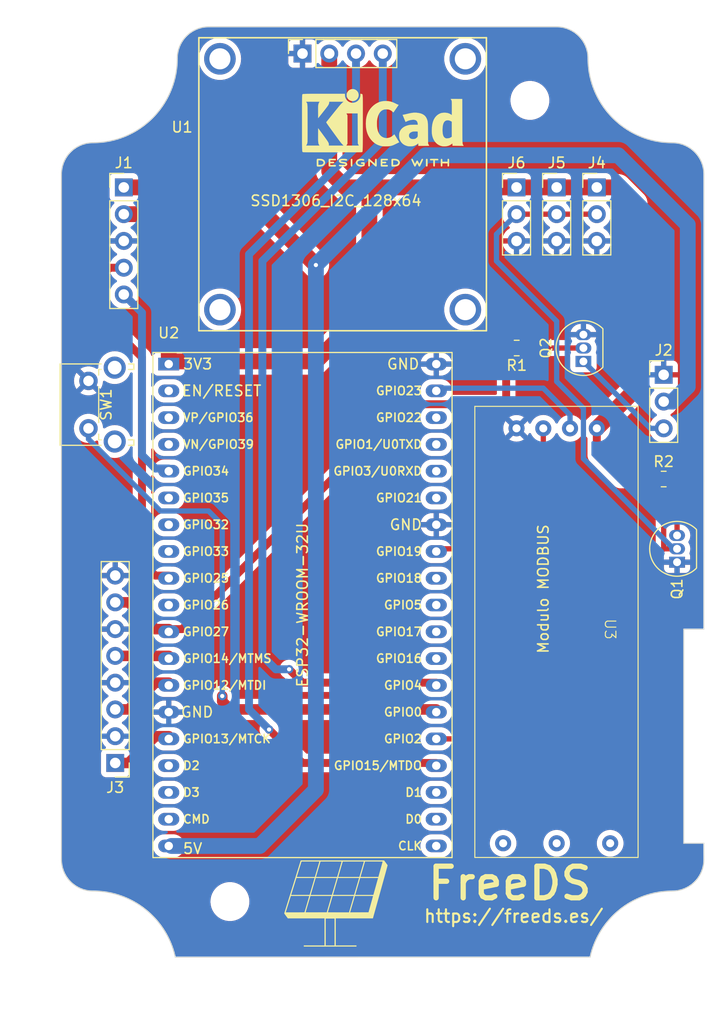
<source format=kicad_pcb>
(kicad_pcb (version 20221018) (generator pcbnew)
  (layers (0 "F.Cu" signal) (31 "B.Cu" signal) (34 "B.Paste" user) (35 "F.Paste" user) (36 "B.SilkS" user "B.Silkscreen") (37 "F.SilkS" user "F.Silkscreen") (38 "B.Mask" user) (39 "F.Mask" user) (44 "Edge.Cuts" user))
  (net 0 "")
  (net 4 "/+5V")
  (net 5 "/RELE_1")
  (net 6 "/GND")
  (net 7 "/RELE_2")
  (net 8 "/RELE_3")
  (net 9 "/RELE_4")
  (net 10 "/3V3")
  (net 11 "/DQ_DS18B20")
  (net 12 "/PWM")
  (net 13 "Net-(Q2-B)")
  (net 14 "/SW1")
  (net 15 "/SCL")
  (net 16 "/SDA")
  (net 34 "/RX")
  (net 39 "/TX")
  (net 40 "Net-(J2-Pin_3)")
  (net 41 "/EN")
  (footprint "Module:MW-519 MODBUS" (layer "F.Cu") (at 123.19 107.95 -90)
    (fp_text reference "U3" (at 0 -5.08 -90 unlocked) (layer "F.SilkS") (effects (font (thickness 0.1))))
    (fp_text value "Modulo MODBUS" (at -3.81 1.27 90 unlocked) (layer "F.SilkS"))
    (pad "1" thru_hole circle (at -19.05 -3.81 270) (size 1.524 1.524) (drill 0.762) (layers "*.Cu" "*.Mask") (net 10 "/3V3"))
    (pad "2" thru_hole circle (at -19.05 -1.27 270) (size 1.524 1.524) (drill 0.762) (layers "*.Cu" "*.Mask") (net 39 "/TX"))
    (pad "3" thru_hole circle (at -19.05 1.27 270) (size 1.524 1.524) (drill 0.762) (layers "*.Cu" "*.Mask") (net 34 "/RX"))
    (pad "4" thru_hole circle (at -19.05 3.81 270) (size 1.524 1.524) (drill 0.762) (layers "*.Cu" "*.Mask") (net 6 "/GND"))
    (pad "5" thru_hole circle (at 20.32 5.08 270) (size 1.524 1.524) (drill 0.762) (layers "*.Cu" "*.Mask"))
    (pad "6" thru_hole circle (at 20.32 0 270) (size 1.524 1.524) (drill 0.762) (layers "*.Cu" "*.Mask"))
    (pad "7" thru_hole circle (at 20.32 -5.08 270) (size 1.524 1.524) (drill 0.762) (layers "*.Cu" "*.Mask"))
  )
  (footprint "Resistor_SMD:R_0805_2012Metric_Pad1.20x1.40mm_HandSolder" (layer "F.Cu") (at 119.396 81.28 180)
    (fp_text reference "R1" (at 0 -1.65) (layer "F.SilkS"))
    (fp_text value "180R")
    (pad "1" smd roundrect (at -1 0 180) (size 1.2 1.4) (layers "F.Cu" "F.Paste" "F.Mask") (roundrect_rratio 0.2083333333) (net 13 "Net-(Q2-B)"))
    (pad "2" smd roundrect (at 1 0 180) (size 1.2 1.4) (layers "F.Cu" "F.Paste" "F.Mask") (roundrect_rratio 0.2083333333) (net 9 "/RELE_4"))
  )
  (footprint "Display:OLED_SSD1306_I2C_0.96" (layer "F.Cu") (at 99.06 53.34)
    (fp_text reference "U1" (at -11.43 6.985) (layer "F.SilkS"))
    (fp_text value "SSD1306_I2C_128x64" (at 3.175 13.97) (layer "F.SilkS"))
    (pad "" np_thru_hole circle (at -7.84 0.5) (size 3 3) (drill 2) (layers "*.Cu" "*.Mask"))
    (pad "" np_thru_hole circle (at -7.84 24.3) (size 3 3) (drill 2) (layers "*.Cu" "*.Mask"))
    (pad "" np_thru_hole circle (at 15.46 0.5) (size 3 3) (drill 2) (layers "*.Cu" "*.Mask"))
    (pad "" np_thru_hole circle (at 15.46 24.3) (size 3 3) (drill 2) (layers "*.Cu" "*.Mask"))
    (pad "1" thru_hole rect (at 0 0 90) (size 1.7 1.7) (drill 1) (layers "*.Cu" "*.Mask") (net 6 "/GND"))
    (pad "2" thru_hole oval (at 2.54 0 90) (size 1.7 1.7) (drill 1) (layers "*.Cu" "*.Mask") (net 10 "/3V3"))
    (pad "3" thru_hole oval (at 5.08 0 90) (size 1.7 1.7) (drill 1) (layers "*.Cu" "*.Mask") (net 15 "/SCL"))
    (pad "4" thru_hole oval (at 7.62 0 90) (size 1.7 1.7) (drill 1) (layers "*.Cu" "*.Mask") (net 16 "/SDA"))
  )
  (footprint "Connector_PinHeader_2.54mm:PinHeader_1x03_P2.54mm_Vertical" (layer "F.Cu") (at 127 66.04)
    (fp_text reference "J4" (at 0 -2.33) (layer "F.SilkS"))
    (fp_text value "Conn_01x03_Male" hide)
    (pad "1" thru_hole rect (at 0 0) (size 1.7 1.7) (drill 1) (layers "*.Cu" "*.Mask") (net 10 "/3V3"))
    (pad "2" thru_hole oval (at 0 2.54) (size 1.7 1.7) (drill 1) (layers "*.Cu" "*.Mask") (net 11 "/DQ_DS18B20"))
    (pad "3" thru_hole oval (at 0 5.08) (size 1.7 1.7) (drill 1) (layers "*.Cu" "*.Mask") (net 6 "/GND"))
  )
  (footprint "Connector_PinHeader_2.54mm:PinHeader_1x03_P2.54mm_Vertical" (layer "F.Cu") (at 119.38 66.04)
    (fp_text reference "J6" (at 0 -2.33) (layer "F.SilkS"))
    (fp_text value "Conn_01x03_Male" hide)
    (pad "1" thru_hole rect (at 0 0) (size 1.7 1.7) (drill 1) (layers "*.Cu" "*.Mask") (net 10 "/3V3"))
    (pad "2" thru_hole oval (at 0 2.54) (size 1.7 1.7) (drill 1) (layers "*.Cu" "*.Mask") (net 11 "/DQ_DS18B20"))
    (pad "3" thru_hole oval (at 0 5.08) (size 1.7 1.7) (drill 1) (layers "*.Cu" "*.Mask") (net 6 "/GND"))
  )
  (footprint "MountingHole:MountingHole_3.2mm_M3" (layer "F.Cu") (at 92.17 133.8)
    (fp_text reference "H6")
    (fp_text value "MountingHole")
    (pad "" np_thru_hole circle (at 0 0) (size 3.2 3.2) (drill 3.2) (layers "*.Cu" "*.Mask"))
  )
  (footprint "Symbol:FreeDS" (layer "F.Cu") (at 102.235 133.985)
    (fp_text reference "FreeDS" (at 16.51 -1.905) (layer "F.SilkS") (effects (font (size 3 3) (thickness 0.5) bold)))
    (fp_text value "LOGO" hide)
  )
  (footprint "Resistor_SMD:R_0805_2012Metric_Pad1.20x1.40mm_HandSolder" (layer "F.Cu") (at 133.35 93.71)
    (fp_text reference "R2" (at 0 -1.65) (layer "F.SilkS"))
    (fp_text value "4K7")
    (pad "1" smd roundrect (at -1 0) (size 1.2 1.4) (layers "F.Cu" "F.Paste" "F.Mask") (roundrect_rratio 0.2083333333) (net 10 "/3V3"))
    (pad "2" smd roundrect (at 1 0) (size 1.2 1.4) (layers "F.Cu" "F.Paste" "F.Mask") (roundrect_rratio 0.2083333333) (net 11 "/DQ_DS18B20"))
  )
  (footprint "Package_TO_SOT_THT:TO-92_Inline" (layer "F.Cu") (at 134.62 101.6 90)
    (fp_text reference "Q1" (at -2.54 0 90) (layer "F.SilkS"))
    (fp_text value "DS18B20")
    (pad "1" thru_hole rect (at 0 0 90) (size 1.05 1.5) (drill 0.75) (layers "*.Cu" "*.Mask") (net 6 "/GND"))
    (pad "2" thru_hole oval (at 1.27 0 90) (size 1.05 1.5) (drill 0.75) (layers "*.Cu" "*.Mask") (net 11 "/DQ_DS18B20"))
    (pad "3" thru_hole oval (at 2.54 0 90) (size 1.05 1.5) (drill 0.75) (layers "*.Cu" "*.Mask") (net 10 "/3V3"))
  )
  (footprint "Symbol:KiCad-Logo2_6mm_SilkScreen" (layer "F.Cu") (at 106.68 59.69)
    (fp_text reference "REF**" hide)
    (fp_text value "KiCad-Logo2_6mm_SilkScreen" hide)
  )
  (footprint "Connector_PinHeader_2.54mm:PinHeader_1x08_P2.54mm_Vertical" (layer "F.Cu") (at 81.28 120.65 180)
    (fp_text reference "J3" (at 0 -2.33) (layer "F.SilkS"))
    (fp_text value "SALIDAS AUXILIARES")
    (pad "1" thru_hole rect (at 0 0 180) (size 1.7 1.7) (drill 1) (layers "*.Cu" "*.Mask") (net 5 "/RELE_1"))
    (pad "2" thru_hole oval (at 0 2.54 180) (size 1.7 1.7) (drill 1) (layers "*.Cu" "*.Mask") (net 6 "/GND"))
    (pad "3" thru_hole oval (at 0 5.08 180) (size 1.7 1.7) (drill 1) (layers "*.Cu" "*.Mask") (net 7 "/RELE_2"))
    (pad "4" thru_hole oval (at 0 7.62 180) (size 1.7 1.7) (drill 1) (layers "*.Cu" "*.Mask") (net 6 "/GND"))
    (pad "5" thru_hole oval (at 0 10.16 180) (size 1.7 1.7) (drill 1) (layers "*.Cu" "*.Mask") (net 8 "/RELE_3"))
    (pad "6" thru_hole oval (at 0 12.7 180) (size 1.7 1.7) (drill 1) (layers "*.Cu" "*.Mask") (net 6 "/GND"))
    (pad "7" thru_hole oval (at 0 15.24 180) (size 1.7 1.7) (drill 1) (layers "*.Cu" "*.Mask") (net 9 "/RELE_4"))
    (pad "8" thru_hole oval (at 0 17.78 180) (size 1.7 1.7) (drill 1) (layers "*.Cu" "*.Mask") (net 6 "/GND"))
  )
  (footprint "MountingHole:MountingHole_3.2mm_M3" (layer "F.Cu") (at 120.65 57.785)
    (fp_text reference "H1" hide)
    (fp_text value "MountingHole")
    (pad "" np_thru_hole circle (at 0 0) (size 3.2 3.2) (drill 3.2) (layers "*.Cu" "*.Mask"))
  )
  (footprint "Package_TO_SOT_THT:TO-92_Inline" (layer "F.Cu") (at 125.73 82.55 90)
    (fp_text reference "Q2" (at 1.27 -3.56 90) (layer "F.SilkS"))
    (fp_text value "BC337")
    (pad "1" thru_hole rect (at 0 0 90) (size 1.05 1.5) (drill 0.75) (layers "*.Cu" "*.Mask") (net 40 "Net-(J2-Pin_3)"))
    (pad "2" thru_hole oval (at 1.27 0 90) (size 1.05 1.5) (drill 0.75) (layers "*.Cu" "*.Mask") (net 13 "Net-(Q2-B)"))
    (pad "3" thru_hole oval (at 2.54 0 90) (size 1.05 1.5) (drill 0.75) (layers "*.Cu" "*.Mask") (net 6 "/GND"))
  )
  (footprint "Connector_PinHeader_2.54mm:PinHeader_1x03_P2.54mm_Vertical" (layer "F.Cu") (at 123.19 66.04)
    (fp_text reference "J5" (at 0 -2.33) (layer "F.SilkS"))
    (fp_text value "Conn_01x03_Male" hide)
    (pad "1" thru_hole rect (at 0 0) (size 1.7 1.7) (drill 1) (layers "*.Cu" "*.Mask") (net 10 "/3V3"))
    (pad "2" thru_hole oval (at 0 2.54) (size 1.7 1.7) (drill 1) (layers "*.Cu" "*.Mask") (net 11 "/DQ_DS18B20"))
    (pad "3" thru_hole oval (at 0 5.08) (size 1.7 1.7) (drill 1) (layers "*.Cu" "*.Mask") (net 6 "/GND"))
  )
  (footprint "Connector_PinHeader_2.54mm:PinHeader_1x05_P2.54mm_Vertical" (layer "F.Cu") (at 82.0928 66.04)
    (fp_text reference "J1" (at 0 -2.33) (layer "F.SilkS"))
    (fp_text value "Conn_01x05")
    (pad "1" thru_hole rect (at 0 0) (size 1.7 1.7) (drill 1) (layers "*.Cu" "*.Mask") (net 4 "/+5V"))
    (pad "2" thru_hole oval (at 0 2.54) (size 1.7 1.7) (drill 1) (layers "*.Cu" "*.Mask") (net 10 "/3V3"))
    (pad "3" thru_hole oval (at 0 5.08) (size 1.7 1.7) (drill 1) (layers "*.Cu" "*.Mask") (net 6 "/GND"))
    (pad "4" thru_hole oval (at 0 7.62) (size 1.7 1.7) (drill 1) (layers "*.Cu" "*.Mask") (net 12 "/PWM"))
    (pad "5" thru_hole oval (at 0 10.16) (size 1.7 1.7) (drill 1) (layers "*.Cu" "*.Mask") (net 41 "/EN"))
  )
  (footprint "Button_Switch_THT:SW_Tactile_SPST_Angled_PTS645Vx83-2LFS" (layer "F.Cu") (at 78.74 88.9 90)
    (fp_text reference "SW1" (at 2.25 1.68 90) (layer "F.SilkS"))
    (fp_text value "PRG")
    (pad "" thru_hole circle (at -1.25 2.49 90) (size 2.1 2.1) (drill 1.3) (layers "*.Cu" "*.Mask"))
    (pad "" thru_hole circle (at 5.76 2.49 90) (size 2.1 2.1) (drill 1.3) (layers "*.Cu" "*.Mask"))
    (pad "1" thru_hole circle (at 0 0 90) (size 1.75 1.75) (drill 0.99) (layers "*.Cu" "*.Mask") (net 14 "/SW1"))
    (pad "2" thru_hole circle (at 4.5 0 90) (size 1.75 1.75) (drill 0.99) (layers "*.Cu" "*.Mask") (net 6 "/GND"))
  )
  (footprint "Espressif:ESP32-DevKitC" (layer "F.Cu") (at 86.36 82.804)
    (fp_text reference "U2" (at 0 -2.95656) (layer "F.SilkS"))
    (fp_text value "ESP32-WROOM-32U" (at 12.7 22.86 90) (layer "F.SilkS"))
    (fp_text user "D2" (at 1.27 38.1 unlocked) (layer "F.SilkS") (effects (font (size 0.8 0.8)) (justify left)))
    (fp_text user "GPIO34" (at 1.27 10.16 unlocked) (layer "F.SilkS") (effects (font (size 0.8 0.8)) (justify left)))
    (fp_text user "GPIO17" (at 24.13 25.4 unlocked) (layer "F.SilkS") (effects (font (size 0.8 0.8)) (justify right)))
    (fp_text user "GPIO16" (at 24.13 27.94 unlocked) (layer "F.SilkS") (effects (font (size 0.8 0.8)) (justify right)))
    (fp_text user "VN/GPIO39" (at 1.27 7.62 unlocked) (layer "F.SilkS") (effects (font (size 0.8 0.8)) (justify left)))
    (fp_text user "GPIO35" (at 1.27 12.7 unlocked) (layer "F.SilkS") (effects (font (size 0.8 0.8)) (justify left)))
    (fp_text user "GND" (at 4.318 33.02 unlocked) (layer "F.SilkS") (effects (justify right)))
    (fp_text user "GPIO26" (at 1.27 22.86 unlocked) (layer "F.SilkS") (effects (font (size 0.8 0.8)) (justify left)))
    (fp_text user "GPIO19" (at 24.13 17.78 unlocked) (layer "F.SilkS") (effects (font (size 0.8 0.8)) (justify right)))
    (fp_text user "GPIO32" (at 1.27 15.24 unlocked) (layer "F.SilkS") (effects (font (size 0.8 0.8)) (justify left)))
    (fp_text user "5V" (at 1.26632 45.97128 unlocked) (layer "F.SilkS") (effects (justify left)))
    (fp_text user "GPIO2" (at 24.13 35.56 unlocked) (layer "F.SilkS") (effects (font (size 0.8 0.8)) (justify right)))
    (fp_text user "3V3" (at 1.27 0 unlocked) (layer "F.SilkS") (effects (justify left)))
    (fp_text user "D1" (at 24.13 40.64 unlocked) (layer "F.SilkS") (effects (font (size 0.8 0.8)) (justify right)))
    (fp_text user "GPIO25" (at 1.27 20.32 unlocked) (layer "F.SilkS") (effects (font (size 0.8 0.8)) (justify left)))
    (fp_text user "GPIO15/MTDO" (at 24.13 38.1 unlocked) (layer "F.SilkS") (effects (font (size 0.8 0.8)) (justify right)))
    (fp_text user "GPIO23" (at 24.13 2.54 unlocked) (layer "F.SilkS") (effects (font (size 0.8 0.8)) (justify right)))
    (fp_text user "GPIO33" (at 1.27 17.78 unlocked) (layer "F.SilkS") (effects (font (size 0.8 0.8)) (justify left)))
    (fp_text user "GPIO4" (at 24.13 30.48 unlocked) (layer "F.SilkS") (effects (font (size 0.8 0.8)) (justify right)))
    (fp_text user "GPIO3/U0RXD" (at 24.13 10.16 unlocked) (layer "F.SilkS") (effects (font (size 0.8 0.8)) (justify right)))
    (fp_text user "GPIO13/MTCK" (at 1.27 35.56 unlocked) (layer "F.SilkS") (effects (font (size 0.8 0.8)) (justify left)))
    (fp_text user "D3" (at 1.27 40.64 unlocked) (layer "F.SilkS") (effects (font (size 0.8 0.8)) (justify left)))
    (fp_text user "CLK" (at 24.13 45.72 unlocked) (layer "F.SilkS") (effects (font (size 0.8 0.8)) (justify right)))
    (fp_text user "GPIO22" (at 24.13 5.08 unlocked) (layer "F.SilkS") (effects (font (size 0.8 0.8)) (justify right)))
    (fp_text user "GPIO0" (at 24.13 33.02 unlocked) (layer "F.SilkS") (effects (font (size 0.8 0.8)) (justify right)))
    (fp_text user "GPIO27" (at 1.27 25.4 unlocked) (layer "F.SilkS") (effects (font (size 0.8 0.8)) (justify left)))
    (fp_text user "EN/RESET" (at 8.88632 2.53728 unlocked) (layer "F.SilkS") (effects (justify right)))
    (fp_text user "GPIO18" (at 24.13 20.32 unlocked) (layer "F.SilkS") (effects (font (size 0.8 0.8)) (justify right)))
    (fp_text user "GPIO14/MTMS" (at 1.27 27.94 unlocked) (layer "F.SilkS") (effects (font (size 0.8 0.8)) (justify left)))
    (fp_text user "GPIO1/U0TXD" (at 24.13 7.62 unlocked) (layer "F.SilkS") (effects (font (size 0.8 0.8)) (justify right)))
    (fp_text user "GPIO5" (at 24.13 22.86 unlocked) (layer "F.SilkS") (effects (font (size 0.8 0.8)) (justify right)))
    (fp_text user "CMD" (at 1.27 43.18 unlocked) (layer "F.SilkS") (effects (font (size 0.8 0.8)) (justify left)))
    (fp_text user "GND" (at 24.13 15.24 unlocked) (layer "F.SilkS") (effects (justify right)))
    (fp_text user "D0" (at 24.13 43.18 unlocked) (layer "F.SilkS") (effects (font (size 0.8 0.8)) (justify right)))
    (fp_text user "GPIO21" (at 24.13 12.7 unlocked) (layer "F.SilkS") (effects (font (size 0.8 0.8)) (justify right)))
    (fp_text user "GPIO12/MTDI" (at 1.27 30.48 unlocked) (layer "F.SilkS") (effects (font (size 0.8 0.8)) (justify left)))
    (fp_text user "GND" (at 23.876 0 unlocked) (layer "F.SilkS") (effects (justify right)))
    (fp_text user "VP/GPIO36" (at 1.27 5.08 unlocked) (layer "F.SilkS") (effects (font (size 0.8 0.8)) (justify left)))
    (pad "1" thru_hole rect (at 0 0 270) (size 1.2 2) (drill 0.8) (layers "*.Cu" "*.Mask") (net 10 "/3V3"))
    (pad "2" thru_hole oval (at 0 2.54 270) (size 1.2 2) (drill 0.8) (layers "*.Cu" "*.Mask"))
    (pad "3" thru_hole oval (at 0 5.08 270) (size 1.2 2) (drill 0.8) (layers "*.Cu" "*.Mask"))
    (pad "4" thru_hole oval (at 0 7.62 270) (size 1.2 2) (drill 0.8) (layers "*.Cu" "*.Mask"))
    (pad "5" thru_hole oval (at 0 10.16 270) (size 1.2 2) (drill 0.8) (layers "*.Cu" "*.Mask") (net 41 "/EN"))
    (pad "6" thru_hole oval (at 0 12.7 270) (size 1.2 2) (drill 0.8) (layers "*.Cu" "*.Mask"))
    (pad "7" thru_hole oval (at 0 15.24 270) (size 1.2 2) (drill 0.8) (layers "*.Cu" "*.Mask"))
    (pad "8" thru_hole oval (at 0 17.78 270) (size 1.2 2) (drill 0.8) (layers "*.Cu" "*.Mask"))
    (pad "9" thru_hole oval (at 0 20.32 270) (size 1.2 2) (drill 0.8) (layers "*.Cu" "*.Mask") (net 12 "/PWM"))
    (pad "10" thru_hole oval (at 0 22.86 270) (size 1.2 2) (drill 0.8) (layers "*.Cu" "*.Mask"))
    (pad "11" thru_hole oval (at 0 25.4 270) (size 1.2 2) (drill 0.8) (layers "*.Cu" "*.Mask") (net 9 "/RELE_4"))
    (pad "12" thru_hole oval (at 0 27.94 270) (size 1.2 2) (drill 0.8) (layers "*.Cu" "*.Mask") (net 8 "/RELE_3"))
    (pad "13" thru_hole oval (at 0 30.48 270) (size 1.2 2) (drill 0.8) (layers "*.Cu" "*.Mask") (net 7 "/RELE_2"))
    (pad "14" thru_hole oval (at 0 33.02 270) (size 1.2 2) (drill 0.8) (layers "*.Cu" "*.Mask") (net 6 "/GND"))
    (pad "15" thru_hole oval (at 0 35.56 270) (size 1.2 2) (drill 0.8) (layers "*.Cu" "*.Mask") (net 5 "/RELE_1"))
    (pad "16" thru_hole oval (at 0 38.1 270) (size 1.2 2) (drill 0.8) (layers "*.Cu" "*.Mask"))
    (pad "17" thru_hole oval (at 0 40.64 270) (size 1.2 2) (drill 0.8) (layers "*.Cu" "*.Mask"))
    (pad "18" thru_hole oval (at 0 43.18 270) (size 1.2 2) (drill 0.8) (layers "*.Cu" "*.Mask"))
    (pad "19" thru_hole oval (at 0 45.72 270) (size 1.2 2) (drill 0.8) (layers "*.Cu" "*.Mask") (net 4 "/+5V"))
    (pad "20" thru_hole oval (at 25.39632 45.71728 270) (size 1.2 2) (drill 0.8) (layers "*.Cu" "*.Mask"))
    (pad "21" thru_hole oval (at 25.39632 43.17728 270) (size 1.2 2) (drill 0.8) (layers "*.Cu" "*.Mask"))
    (pad "22" thru_hole oval (at 25.4 40.64 270) (size 1.2 2) (drill 0.8) (layers "*.Cu" "*.Mask"))
    (pad "23" thru_hole oval (at 25.4 38.1 270) (size 1.2 2) (drill 0.8) (layers "*.Cu" "*.Mask") (net 15 "/SCL"))
    (pad "24" thru_hole oval (at 25.4 35.56 270) (size 1.2 2) (drill 0.8) (layers "*.Cu" "*.Mask") (net 11 "/DQ_DS18B20"))
    (pad "25" thru_hole oval (at 25.4 33.02 270) (size 1.2 2) (drill 0.8) (layers "*.Cu" "*.Mask") (net 14 "/SW1"))
    (pad "26" thru_hole oval (at 25.4 30.48 270) (size 1.2 2) (drill 0.8) (layers "*.Cu" "*.Mask") (net 16 "/SDA"))
    (pad "27" thru_hole oval (at 25.4 27.94 270) (size 1.2 2) (drill 0.8) (layers "*.Cu" "*.Mask"))
    (pad "28" thru_hole oval (at 25.4 25.4 270) (size 1.2 2) (drill 0.8) (layers "*.Cu" "*.Mask"))
    (pad "29" thru_hole oval (at 25.4 22.86 270) (size 1.2 2) (drill 0.8) (layers "*.Cu" "*.Mask"))
    (pad "30" thru_hole oval (at 25.4 20.32 270) (size 1.2 2) (drill 0.8) (layers "*.Cu" "*.Mask"))
    (pad "31" thru_hole oval (at 25.4 17.78 270) (size 1.2 2) (drill 0.8) (layers "*.Cu" "*.Mask") (net 34 "/RX"))
    (pad "32" thru_hole oval (at 25.4 15.24 270) (size 1.2 2) (drill 0.8) (layers "*.Cu" "*.Mask") (net 6 "/GND"))
    (pad "33" thru_hole oval (at 25.4 12.7 270) (size 1.2 2) (drill 0.8) (layers "*.Cu" "*.Mask"))
    (pad "34" thru_hole oval (at 25.4 10.16 270) (size 1.2 2) (drill 0.8) (layers "*.Cu" "*.Mask"))
    (pad "35" thru_hole oval (at 25.4 7.62 270) (size 1.2 2) (drill 0.8) (layers "*.Cu" "*.Mask"))
    (pad "36" thru_hole oval (at 25.4 5.08 270) (size 1.2 2) (drill 0.8) (layers "*.Cu" "*.Mask"))
    (pad "37" thru_hole oval (at 25.4 2.54 270) (size 1.2 2) (drill 0.8) (layers "*.Cu" "*.Mask") (net 39 "/TX"))
    (pad "38" thru_hole oval (at 25.4 0 270) (size 1.2 2) (drill 0.8) (layers "*.Cu" "*.Mask") (net 6 "/GND"))
  )
  (footprint "Connector_PinHeader_2.54mm:PinHeader_1x03_P2.54mm_Vertical" (layer "F.Cu") (at 133.35 83.82)
    (fp_text reference "J2" (at 0 -2.33) (layer "F.SilkS"))
    (fp_text value "VENTILADOR")
    (pad "1" thru_hole rect (at 0 0) (size 1.7 1.7) (drill 1) (layers "*.Cu" "*.Mask") (net 6 "/GND"))
    (pad "2" thru_hole oval (at 0 2.54) (size 1.7 1.7) (drill 1) (layers "*.Cu" "*.Mask") (net 4 "/+5V"))
    (pad "3" thru_hole oval (at 0 5.08) (size 1.7 1.7) (drill 1) (layers "*.Cu" "*.Mask") (net 40 "Net-(J2-Pin_3)"))
  )
  (gr_arc (start 134.17 61.8) (mid 136.29132 62.67868) (end 137.17 64.8) (stroke (width 0.1)) (layer "Edge.Cuts"))
  (gr_arc (start 134.17 61.8) (mid 128.513146 59.456854) (end 126.17 53.8) (stroke (width 0.1)) (layer "Edge.Cuts"))
  (gr_arc (start 76.17 64.8) (mid 77.04868 62.67868) (end 79.17 61.8) (stroke (width 0.1)) (layer "Edge.Cuts"))
  (gr_arc (start 79.17 132.8) (mid 84.177297 134.560851) (end 86.980318 139.068255) (stroke (width 0.1)) (layer "Edge.Cuts"))
  (gr_line (start 86.980318 139.068255) (end 126.365 139.065) (stroke (width 0.1)) (layer "Edge.Cuts"))
  (gr_arc (start 123.17 50.8) (mid 125.29132 51.67868) (end 126.17 53.8) (stroke (width 0.1)) (layer "Edge.Cuts"))
  (gr_arc (start 87.17 53.8) (mid 88.04868 51.67868) (end 90.17 50.8) (stroke (width 0.1)) (layer "Edge.Cuts"))
  (gr_line (start 137.17 129.8) (end 137.16 128.27) (stroke (width 0.1)) (layer "Edge.Cuts"))
  (gr_arc (start 137.17 129.8) (mid 136.29132 131.92132) (end 134.17 132.8) (stroke (width 0.1)) (layer "Edge.Cuts"))
  (gr_line (start 137.16 107.95) (end 137.17 64.8) (stroke (width 0.1)) (layer "Edge.Cuts"))
  (gr_line (start 123.17 50.8) (end 90.17 50.8) (stroke (width 0.1)) (layer "Edge.Cuts"))
  (gr_line (start 135.255 128.27) (end 137.16 128.27) (stroke (width 0.1)) (layer "Edge.Cuts"))
  (gr_line (start 76.17 129.8) (end 76.17 64.8) (stroke (width 0.1)) (layer "Edge.Cuts"))
  (gr_arc (start 79.17 132.8) (mid 77.04868 131.92132) (end 76.17 129.8) (stroke (width 0.1)) (layer "Edge.Cuts"))
  (gr_arc (start 87.17 53.8) (mid 84.826854 59.456854) (end 79.17 61.8) (stroke (width 0.1)) (layer "Edge.Cuts"))
  (gr_line (start 137.16 107.95) (end 135.255 107.95) (stroke (width 0.1)) (layer "Edge.Cuts"))
  (gr_arc (start 126.365 139.065) (mid 129.167199 134.562995) (end 134.17 132.804486) (stroke (width 0.1)) (layer "Edge.Cuts"))
  (gr_line (start 135.255 107.95) (end 135.255 128.27) (stroke (width 0.1)) (layer "Edge.Cuts"))
  (gr_text "https://freeds.es/" (at 110.49 135.89) (layer "F.SilkS") (effects (font (size 1.2 1.2) (thickness 0.2) bold) (justify left bottom)))
  (segment (start 100.33 73.406) (end 92.964 66.04) (width 1.5) (layer "F.Cu") (net 4))
  (segment (start 92.964 66.04) (end 82.0928 66.04) (width 1.5) (layer "F.Cu") (net 4))
  (via (at 100.33 73.406) (size 0.8) (drill 0.4) (layers "F.Cu" "B.Cu") (net 4))
  (segment (start 100.33 73.406) (end 100.33 123.19) (width 1.5) (layer "B.Cu") (net 4))
  (segment (start 129.032 62.992) (end 135.636 69.596) (width 1.5) (layer "B.Cu") (net 4))
  (segment (start 135.636 69.596) (end 135.636 84.924) (width 1.5) (layer "B.Cu") (net 4))
  (segment (start 100.33 73.406) (end 110.744 62.992) (width 1.5) (layer "B.Cu") (net 4))
  (segment (start 135.636 84.924) (end 134.2 86.36) (width 1.5) (layer "B.Cu") (net 4))
  (segment (start 110.744 62.992) (end 129.032 62.992) (width 1.5) (layer "B.Cu") (net 4))
  (segment (start 94.996 128.524) (end 86.614 128.524) (width 1.5) (layer "B.Cu") (net 4))
  (segment (start 100.33 123.19) (end 94.996 128.524) (width 1.5) (layer "B.Cu") (net 4))
  (segment (start 134.2 86.36) (end 133.35 86.36) (width 1.5) (layer "B.Cu") (net 4))
  (segment (start 81.28 120.65) (end 82.55 120.65) (width 1) (layer "F.Cu") (net 5))
  (segment (start 82.55 120.65) (end 85.09 118.11) (width 1) (layer "F.Cu") (net 5))
  (segment (start 85.09 118.11) (end 86.36 118.11) (width 1) (layer "F.Cu") (net 5))
  (segment (start 78.232 103.632) (end 78.994 102.87) (width 0.5) (layer "F.Cu") (net 6))
  (segment (start 78.74 84.4) (end 77.724 83.384) (width 0.5) (layer "F.Cu") (net 6))
  (segment (start 78.74 71.12) (end 82.0928 71.12) (width 0.5) (layer "F.Cu") (net 6))
  (segment (start 81.28 113.03) (end 79.502 113.03) (width 0.5) (layer "F.Cu") (net 6))
  (segment (start 78.74 117.348) (end 79.502 118.11) (width 0.5) (layer "F.Cu") (net 6))
  (segment (start 79.502 118.11) (end 81.28 118.11) (width 0.5) (layer "F.Cu") (net 6))
  (segment (start 78.994 102.87) (end 81.28 102.87) (width 0.5) (layer "F.Cu") (net 6))
  (segment (start 78.232 107.696) (end 78.232 103.632) (width 0.5) (layer "F.Cu") (net 6))
  (segment (start 77.724 72.136) (end 78.74 71.12) (width 0.5) (layer "F.Cu") (net 6))
  (segment (start 79.502 113.03) (end 78.74 113.792) (width 0.5) (layer "F.Cu") (net 6))
  (segment (start 81.28 107.95) (end 78.486 107.95) (width 0.5) (layer "F.Cu") (net 6))
  (segment (start 78.74 113.792) (end 78.74 117.348) (width 0.5) (layer "F.Cu") (net 6))
  (segment (start 77.724 83.384) (end 77.724 72.136) (width 0.5) (layer "F.Cu") (net 6))
  (segment (start 78.486 107.95) (end 78.232 107.696) (width 0.5) (layer "F.Cu") (net 6))
  (segment (start 82.55 115.57) (end 85.09 113.03) (width 1) (layer "F.Cu") (net 7))
  (segment (start 81.28 115.57) (end 82.55 115.57) (width 1) (layer "F.Cu") (net 7))
  (segment (start 85.09 113.03) (end 86.36 113.03) (width 1) (layer "F.Cu") (net 7))
  (segment (start 81.28 110.49) (end 86.36 110.49) (width 1) (layer "F.Cu") (net 8))
  (segment (start 82.55 105.41) (end 85.09 107.95) (width 1) (layer "F.Cu") (net 9))
  (segment (start 87.63 107.95) (end 86.36 107.95) (width 0.75) (layer "F.Cu") (net 9))
  (segment (start 117.856 86.614) (end 118.396 86.074) (width 0.75) (layer "F.Cu") (net 9))
  (segment (start 108.966 86.614) (end 87.63 107.95) (width 0.75) (layer "F.Cu") (net 9))
  (segment (start 118.396 86.074) (end 118.396 81.28) (width 0.75) (layer "F.Cu") (net 9))
  (segment (start 117.856 86.614) (end 108.966 86.614) (width 0.75) (layer "F.Cu") (net 9))
  (segment (start 81.28 105.41) (end 82.55 105.41) (width 1) (layer "F.Cu") (net 9))
  (segment (start 85.09 107.95) (end 86.36 107.95) (width 1) (layer "F.Cu") (net 9))
  (segment (start 127 91.44) (end 127 88.9) (width 0.75) (layer "F.Cu") (net 10))
  (segment (start 86.36 82.55) (end 86.36 70.104) (width 1.5) (layer "F.Cu") (net 10))
  (segment (start 100.33 82.55) (end 86.36 82.55) (width 1.5) (layer "F.Cu") (net 10))
  (segment (start 101.6 53.34) (end 101.6 64.516) (width 1.5) (layer "F.Cu") (net 10))
  (segment (start 100.33 82.55) (end 105.41 77.47) (width 1.5) (layer "F.Cu") (net 10))
  (segment (start 130.556 85.344) (end 127 88.9) (width 1.5) (layer "F.Cu") (net 10))
  (segment (start 135.255 92.075) (end 132.969 92.075) (width 0.5) (layer "F.Cu") (net 10))
  (segment (start 103.124 66.04) (end 105.41 66.04) (width 1.5) (layer "F.Cu") (net 10))
  (segment (start 134.62 97.155) (end 135.89 95.885) (width 0.5) (layer "F.Cu") (net 10))
  (segment (start 86.36 70.104) (end 84.836 68.58) (width 1.5) (layer "F.Cu") (net 10))
  (segment (start 135.89 95.885) (end 135.89 92.71) (width 0.5) (layer "F.Cu") (net 10))
  (segment (start 86.36 82.55) (end 86.614 82.55) (width 0.5) (layer "F.Cu") (net 10))
  (segment (start 134.62 99.06) (end 134.62 97.155) (width 0.5) (layer "F.Cu") (net 10))
  (segment (start 129.032 66.04) (end 130.556 67.564) (width 1.5) (layer "F.Cu") (net 10))
  (segment (start 132.969 92.075) (end 132.35 92.694) (width 0.5) (layer "F.Cu") (net 10))
  (segment (start 105.41 66.04) (end 119.38 66.04) (width 1.5) (layer "F.Cu") (net 10))
  (segment (start 130.556 67.564) (end 130.556 85.344) (width 1.5) (layer "F.Cu") (net 10))
  (segment (start 101.6 64.516) (end 103.124 66.04) (width 1.5) (layer "F.Cu") (net 10))
  (segment (start 119.38 66.04) (end 123.19 66.04) (width 1.5) (layer "F.Cu") (net 10))
  (segment (start 129.27 93.71) (end 132.35 93.71) (width 0.75) (layer "F.Cu") (net 10))
  (segment (start 84.836 68.58) (end 82.0928 68.58) (width 1.5) (layer "F.Cu") (net 10))
  (segment (start 132.35 92.694) (end 132.35 93.71) (width 0.5) (layer "F.Cu") (net 10))
  (segment (start 127 91.44) (end 129.27 93.71) (width 0.75) (layer "F.Cu") (net 10))
  (segment (start 127 66.04) (end 123.19 66.04) (width 1.5) (layer "F.Cu") (net 10))
  (segment (start 105.41 77.47) (end 105.41 66.04) (width 1.5) (layer "F.Cu") (net 10))
  (segment (start 135.89 92.71) (end 135.255 92.075) (width 0.5) (layer "F.Cu") (net 10))
  (segment (start 127 66.04) (end 129.032 66.04) (width 1.5) (layer "F.Cu") (net 10))
  (segment (start 127 68.58) (end 123.19 68.58) (width 0.5) (layer "F.Cu") (net 11))
  (segment (start 115.316 118.364) (end 111.76 118.364) (width 0.5) (layer "F.Cu") (net 11))
  (segment (start 133.35 100.33) (end 115.316 118.364) (width 0.5) (layer "F.Cu") (net 11))
  (segment (start 123.19 68.58) (end 119.38 68.58) (width 0.5) (layer "F.Cu") (net 11))
  (segment (start 133.35 96.52) (end 134.35 95.52) (width 0.5) (layer "F.Cu") (net 11))
  (segment (start 133.35 100.33) (end 133.35 96.52) (width 0.5) (layer "F.Cu") (net 11))
  (segment (start 134.35 93.71) (end 133.985 94.075) (width 0.5) (layer "F.Cu") (net 11))
  (segment (start 134.35 95.52) (end 134.35 93.71) (width 0.5) (layer "F.Cu") (net 11))
  (segment (start 133.35 100.33) (end 134.62 100.33) (width 0.5) (layer "F.Cu") (net 11))
  (segment (start 125.73 91.773858) (end 125.73 86.995) (width 0.5) (layer "B.Cu") (net 11))
  (segment (start 123.19 78.74) (end 117.475 73.025) (width 0.5) (layer "B.Cu") (net 11))
  (segment (start 123.19 84.455) (end 123.19 78.74) (width 0.5) (layer "B.Cu") (net 11))
  (segment (start 134.286142 100.33) (end 125.73 91.773858) (width 0.5) (layer "B.Cu") (net 11))
  (segment (start 117.475 70.485) (end 119.38 68.58) (width 0.5) (layer "B.Cu") (net 11))
  (segment (start 134.62 100.33) (end 134.286142 100.33) (width 0.5) (layer "B.Cu") (net 11))
  (segment (start 117.475 73.025) (end 117.475 70.485) (width 0.5) (layer "B.Cu") (net 11))
  (segment (start 125.73 86.995) (end 123.19 84.455) (width 0.5) (layer "B.Cu") (net 11))
  (segment (start 83.82 82.169) (end 79.756 78.105) (width 0.75) (layer "F.Cu") (net 12))
  (segment (start 79.756 78.105) (end 79.756 74.676) (width 0.75) (layer "F.Cu") (net 12))
  (segment (start 83.82 101.6) (end 83.82 82.169) (width 0.75) (layer "F.Cu") (net 12))
  (segment (start 86.36 102.87) (end 85.09 102.87) (width 0.75) (layer "F.Cu") (net 12))
  (segment (start 80.772 73.66) (end 82.0928 73.66) (width 0.75) (layer "F.Cu") (net 12))
  (segment (start 79.756 74.676) (end 80.772 73.66) (width 0.75) (layer "F.Cu") (net 12))
  (segment (start 85.09 102.87) (end 83.82 101.6) (width 0.75) (layer "F.Cu") (net 12))
  (segment (start 125.73 81.28) (end 120.396 81.28) (width 0.5) (layer "F.Cu") (net 13))
  (segment (start 91.44 114.3) (end 91.44 114.808) (width 1) (layer "F.Cu") (net 14))
  (segment (start 91.44 114.808) (end 92.202 115.57) (width 1) (layer "F.Cu") (net 14))
  (segment (start 92.202 115.57) (end 111.76 115.57) (width 1) (layer "F.Cu") (net 14))
  (via (at 91.44 114.3) (size 0.8) (drill 0.4) (layers "F.Cu" "B.Cu") (net 14))
  (segment (start 91.44 98.044) (end 91.44 114.3) (width 0.5) (layer "B.Cu") (net 14))
  (segment (start 85.564 96.74) (end 90.136 96.74) (width 0.5) (layer "B.Cu") (net 14))
  (segment (start 78.74 89.916) (end 85.564 96.74) (width 0.5) (layer "B.Cu") (net 14))
  (segment (start 90.136 96.74) (end 91.44 98.044) (width 0.5) (layer "B.Cu") (net 14))
  (segment (start 78.74 88.9) (end 78.74 89.916) (width 0.5) (layer "B.Cu") (net 14))
  (segment (start 99.06 120.65) (end 111.76 120.65) (width 0.75) (layer "F.Cu") (net 15))
  (segment (start 95.885 117.475) (end 99.06 120.65) (width 0.75) (layer "F.Cu") (net 15))
  (via (at 95.885 117.475) (size 0.8) (drill 0.4) (layers "F.Cu" "B.Cu") (net 15))
  (segment (start 104.14 53.34) (end 104.14 62.23) (width 0.75) (layer "B.Cu") (net 15))
  (segment (start 93.98 72.39) (end 93.98 115.57) (width 0.75) (layer "B.Cu") (net 15))
  (segment (start 93.98 115.57) (end 95.885 117.475) (width 0.75) (layer "B.Cu") (net 15))
  (segment (start 104.14 62.23) (end 93.98 72.39) (width 0.75) (layer "B.Cu") (net 15))
  (segment (start 111.76 113.03) (end 99.06 113.03) (width 0.75) (layer "F.Cu") (net 16))
  (segment (start 99.06 113.03) (end 97.79 111.76) (width 0.75) (layer "F.Cu") (net 16))
  (via (at 97.79 111.76) (size 0.8) (drill 0.4) (layers "F.Cu" "B.Cu") (net 16))
  (segment (start 106.68 53.34) (end 106.68 61.595) (width 0.75) (layer "B.Cu") (net 16))
  (segment (start 95.25 110.49) (end 96.52 111.76) (width 0.75) (layer "B.Cu") (net 16))
  (segment (start 106.68 61.595) (end 95.25 73.025) (width 0.75) (layer "B.Cu") (net 16))
  (segment (start 95.25 73.025) (end 95.25 110.49) (width 0.75) (layer "B.Cu") (net 16))
  (segment (start 96.52 111.76) (end 97.79 111.76) (width 0.75) (layer "B.Cu") (net 16))
  (segment (start 115.616 100.33) (end 111.76 100.33) (width 0.5) (layer "F.Cu") (net 34))
  (segment (start 121.92 94.026) (end 115.616 100.33) (width 0.5) (layer "F.Cu") (net 34))
  (segment (start 121.92 88.9) (end 121.92 94.026) (width 0.5) (layer "F.Cu") (net 34))
  (segment (start 121.92 85.09) (end 124.46 87.63) (width 0.5) (layer "B.Cu") (net 39))
  (segment (start 111.76 85.09) (end 121.92 85.09) (width 0.5) (layer "B.Cu") (net 39))
  (segment (start 124.46 87.63) (end 124.46 88.9) (width 0.5) (layer "B.Cu") (net 39))
  (segment (start 132.08 88.9) (end 125.73 82.55) (width 0.5) (layer "B.Cu") (net 40))
  (segment (start 133.35 88.9) (end 132.08 88.9) (width 0.5) (layer "B.Cu") (net 40))
  (segment (start 83.82 77.9272) (end 82.0928 76.2) (width 0.75) (layer "B.Cu") (net 41))
  (segment (start 86.36 92.71) (end 85.09 92.71) (width 0.75) (layer "B.Cu") (net 41))
  (segment (start 83.82 91.44) (end 83.82 77.9272) (width 0.75) (layer "B.Cu") (net 41))
  (segment (start 85.09 92.71) (end 83.82 91.44) (width 0.75) (layer "B.Cu") (net 41))
  (zone (net 6) (net_name "/GND") (layers "F&B.Cu") (name "pantalla") (priority 1) (connect_pads (clearance 0.508)) (min_thickness 0.25) (fill yes (thermal_gap 0.5) (thermal_bridge_width 0.5))
    (polygon (pts (xy 70.485 48.26) (xy 137.795 48.26) (xy 138.43 145.415) (xy 70.485 145.415)))
  )
)
</source>
